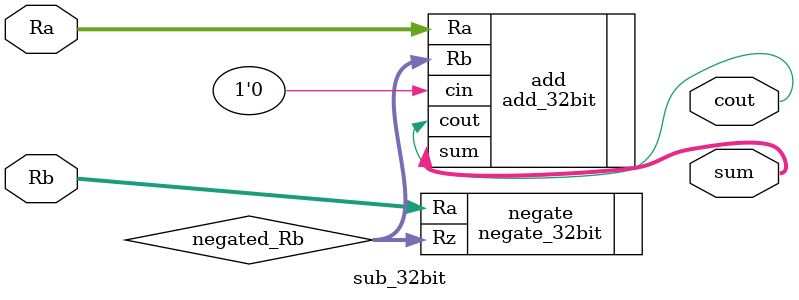
<source format=v>
module sub_32bit(
    input wire [31:0] Ra,  
    input wire [31:0] Rb,   
    output wire [31:0] sum, 
    output wire cout       
);

    wire [31:0] negated_Rb; // Holds negated Rb

  // Two’s complement negation (Rb into -Rb)
    negate_32bit negate (
        .Ra(Rb),
        .Rz(negated_Rb)
    );

    // Perform A + (-B) = A - B
    add_32bit add (
        .Ra(Ra), 
        .Rb(negated_Rb),
        .cin({1'd0}), 
        .sum(sum), 
        .cout(cout)
    );

endmodule

</source>
